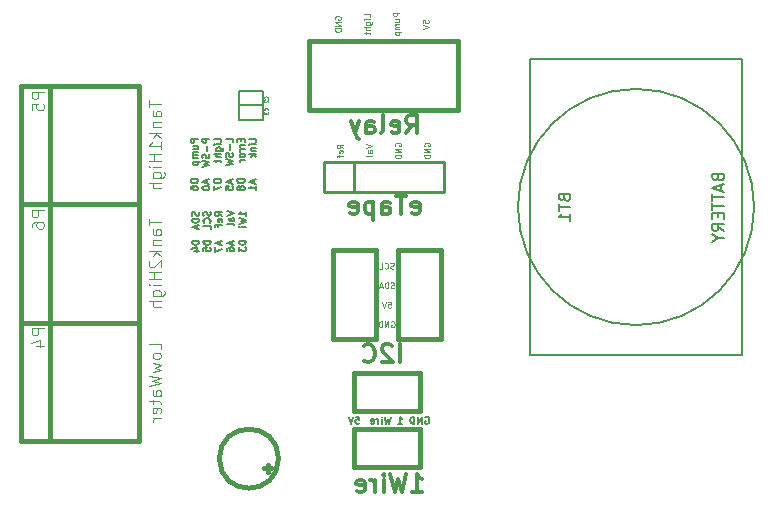
<source format=gbo>
%FSLAX34Y34*%
G04 Gerber Fmt 3.4, Leading zero omitted, Abs format*
G04 (created by PCBNEW (2014-03-19 BZR 4756)-product) date Sun 03 Aug 2014 21:22:35 BST*
%MOIN*%
G01*
G70*
G90*
G04 APERTURE LIST*
%ADD10C,0.005906*%
%ADD11C,0.004921*%
%ADD12C,0.015000*%
%ADD13C,0.010000*%
%ADD14C,0.003000*%
%ADD15C,0.012000*%
%ADD16C,0.003500*%
G04 APERTURE END LIST*
G54D10*
X74181Y-36170D02*
X73945Y-36170D01*
X73945Y-36260D01*
X73956Y-36282D01*
X73967Y-36294D01*
X73990Y-36305D01*
X74024Y-36305D01*
X74046Y-36294D01*
X74057Y-36282D01*
X74069Y-36260D01*
X74069Y-36170D01*
X74024Y-36507D02*
X74181Y-36507D01*
X74024Y-36406D02*
X74147Y-36406D01*
X74170Y-36417D01*
X74181Y-36440D01*
X74181Y-36474D01*
X74170Y-36496D01*
X74159Y-36507D01*
X74181Y-36620D02*
X74024Y-36620D01*
X74046Y-36620D02*
X74035Y-36631D01*
X74024Y-36654D01*
X74024Y-36687D01*
X74035Y-36710D01*
X74057Y-36721D01*
X74181Y-36721D01*
X74057Y-36721D02*
X74035Y-36732D01*
X74024Y-36755D01*
X74024Y-36789D01*
X74035Y-36811D01*
X74057Y-36822D01*
X74181Y-36822D01*
X74024Y-36935D02*
X74260Y-36935D01*
X74035Y-36935D02*
X74024Y-36957D01*
X74024Y-37002D01*
X74035Y-37025D01*
X74046Y-37036D01*
X74069Y-37047D01*
X74136Y-37047D01*
X74159Y-37036D01*
X74170Y-37025D01*
X74181Y-37002D01*
X74181Y-36957D01*
X74170Y-36935D01*
X74571Y-36170D02*
X74335Y-36170D01*
X74335Y-36260D01*
X74346Y-36282D01*
X74357Y-36294D01*
X74380Y-36305D01*
X74413Y-36305D01*
X74436Y-36294D01*
X74447Y-36282D01*
X74458Y-36260D01*
X74458Y-36170D01*
X74481Y-36406D02*
X74481Y-36586D01*
X74560Y-36687D02*
X74571Y-36721D01*
X74571Y-36777D01*
X74560Y-36800D01*
X74548Y-36811D01*
X74526Y-36822D01*
X74503Y-36822D01*
X74481Y-36811D01*
X74470Y-36800D01*
X74458Y-36777D01*
X74447Y-36732D01*
X74436Y-36710D01*
X74425Y-36699D01*
X74402Y-36687D01*
X74380Y-36687D01*
X74357Y-36699D01*
X74346Y-36710D01*
X74335Y-36732D01*
X74335Y-36789D01*
X74346Y-36822D01*
X74335Y-36901D02*
X74571Y-36957D01*
X74402Y-37002D01*
X74571Y-37047D01*
X74335Y-37104D01*
X74961Y-36282D02*
X74961Y-36170D01*
X74724Y-36170D01*
X74961Y-36361D02*
X74803Y-36361D01*
X74724Y-36361D02*
X74736Y-36350D01*
X74747Y-36361D01*
X74736Y-36372D01*
X74724Y-36361D01*
X74747Y-36361D01*
X74803Y-36575D02*
X74994Y-36575D01*
X75017Y-36564D01*
X75028Y-36552D01*
X75039Y-36530D01*
X75039Y-36496D01*
X75028Y-36474D01*
X74949Y-36575D02*
X74961Y-36552D01*
X74961Y-36507D01*
X74949Y-36485D01*
X74938Y-36474D01*
X74916Y-36462D01*
X74848Y-36462D01*
X74826Y-36474D01*
X74814Y-36485D01*
X74803Y-36507D01*
X74803Y-36552D01*
X74814Y-36575D01*
X74961Y-36687D02*
X74724Y-36687D01*
X74961Y-36789D02*
X74837Y-36789D01*
X74814Y-36777D01*
X74803Y-36755D01*
X74803Y-36721D01*
X74814Y-36699D01*
X74826Y-36687D01*
X74803Y-36867D02*
X74803Y-36957D01*
X74724Y-36901D02*
X74927Y-36901D01*
X74949Y-36912D01*
X74961Y-36935D01*
X74961Y-36957D01*
X75350Y-36282D02*
X75350Y-36170D01*
X75114Y-36170D01*
X75260Y-36361D02*
X75260Y-36541D01*
X75339Y-36642D02*
X75350Y-36676D01*
X75350Y-36732D01*
X75339Y-36755D01*
X75328Y-36766D01*
X75305Y-36777D01*
X75283Y-36777D01*
X75260Y-36766D01*
X75249Y-36755D01*
X75238Y-36732D01*
X75227Y-36687D01*
X75215Y-36665D01*
X75204Y-36654D01*
X75182Y-36642D01*
X75159Y-36642D01*
X75137Y-36654D01*
X75125Y-36665D01*
X75114Y-36687D01*
X75114Y-36744D01*
X75125Y-36777D01*
X75114Y-36856D02*
X75350Y-36912D01*
X75182Y-36957D01*
X75350Y-37002D01*
X75114Y-37059D01*
X75616Y-36170D02*
X75616Y-36249D01*
X75740Y-36282D02*
X75740Y-36170D01*
X75504Y-36170D01*
X75504Y-36282D01*
X75740Y-36384D02*
X75583Y-36384D01*
X75628Y-36384D02*
X75605Y-36395D01*
X75594Y-36406D01*
X75583Y-36429D01*
X75583Y-36451D01*
X75740Y-36530D02*
X75583Y-36530D01*
X75628Y-36530D02*
X75605Y-36541D01*
X75594Y-36552D01*
X75583Y-36575D01*
X75583Y-36597D01*
X75740Y-36710D02*
X75729Y-36687D01*
X75718Y-36676D01*
X75695Y-36665D01*
X75628Y-36665D01*
X75605Y-36676D01*
X75594Y-36687D01*
X75583Y-36710D01*
X75583Y-36744D01*
X75594Y-36766D01*
X75605Y-36777D01*
X75628Y-36789D01*
X75695Y-36789D01*
X75718Y-36777D01*
X75729Y-36766D01*
X75740Y-36744D01*
X75740Y-36710D01*
X75740Y-36890D02*
X75583Y-36890D01*
X75628Y-36890D02*
X75605Y-36901D01*
X75594Y-36912D01*
X75583Y-36935D01*
X75583Y-36957D01*
X76130Y-36282D02*
X76130Y-36170D01*
X75894Y-36170D01*
X76130Y-36361D02*
X75973Y-36361D01*
X75894Y-36361D02*
X75905Y-36350D01*
X75916Y-36361D01*
X75905Y-36372D01*
X75894Y-36361D01*
X75916Y-36361D01*
X75973Y-36474D02*
X76130Y-36474D01*
X75995Y-36474D02*
X75984Y-36485D01*
X75973Y-36507D01*
X75973Y-36541D01*
X75984Y-36564D01*
X76006Y-36575D01*
X76130Y-36575D01*
X76130Y-36687D02*
X75894Y-36687D01*
X76040Y-36710D02*
X76130Y-36777D01*
X75973Y-36777D02*
X76062Y-36687D01*
X74181Y-37520D02*
X73945Y-37520D01*
X73945Y-37576D01*
X73956Y-37610D01*
X73979Y-37632D01*
X74001Y-37643D01*
X74046Y-37655D01*
X74080Y-37655D01*
X74125Y-37643D01*
X74147Y-37632D01*
X74170Y-37610D01*
X74181Y-37576D01*
X74181Y-37520D01*
X73945Y-37857D02*
X73945Y-37812D01*
X73956Y-37790D01*
X73967Y-37778D01*
X74001Y-37756D01*
X74046Y-37745D01*
X74136Y-37745D01*
X74159Y-37756D01*
X74170Y-37767D01*
X74181Y-37790D01*
X74181Y-37835D01*
X74170Y-37857D01*
X74159Y-37868D01*
X74136Y-37880D01*
X74080Y-37880D01*
X74057Y-37868D01*
X74046Y-37857D01*
X74035Y-37835D01*
X74035Y-37790D01*
X74046Y-37767D01*
X74057Y-37756D01*
X74080Y-37745D01*
X74503Y-37542D02*
X74503Y-37655D01*
X74571Y-37520D02*
X74335Y-37598D01*
X74571Y-37677D01*
X74335Y-37801D02*
X74335Y-37823D01*
X74346Y-37846D01*
X74357Y-37857D01*
X74380Y-37868D01*
X74425Y-37880D01*
X74481Y-37880D01*
X74526Y-37868D01*
X74548Y-37857D01*
X74560Y-37846D01*
X74571Y-37823D01*
X74571Y-37801D01*
X74560Y-37778D01*
X74548Y-37767D01*
X74526Y-37756D01*
X74481Y-37745D01*
X74425Y-37745D01*
X74380Y-37756D01*
X74357Y-37767D01*
X74346Y-37778D01*
X74335Y-37801D01*
X74961Y-37520D02*
X74724Y-37520D01*
X74724Y-37576D01*
X74736Y-37610D01*
X74758Y-37632D01*
X74781Y-37643D01*
X74826Y-37655D01*
X74859Y-37655D01*
X74904Y-37643D01*
X74927Y-37632D01*
X74949Y-37610D01*
X74961Y-37576D01*
X74961Y-37520D01*
X74724Y-37733D02*
X74724Y-37891D01*
X74961Y-37790D01*
X75283Y-37542D02*
X75283Y-37655D01*
X75350Y-37520D02*
X75114Y-37598D01*
X75350Y-37677D01*
X75114Y-37868D02*
X75114Y-37756D01*
X75227Y-37745D01*
X75215Y-37756D01*
X75204Y-37778D01*
X75204Y-37835D01*
X75215Y-37857D01*
X75227Y-37868D01*
X75249Y-37880D01*
X75305Y-37880D01*
X75328Y-37868D01*
X75339Y-37857D01*
X75350Y-37835D01*
X75350Y-37778D01*
X75339Y-37756D01*
X75328Y-37745D01*
X75740Y-37520D02*
X75504Y-37520D01*
X75504Y-37576D01*
X75515Y-37610D01*
X75538Y-37632D01*
X75560Y-37643D01*
X75605Y-37655D01*
X75639Y-37655D01*
X75684Y-37643D01*
X75706Y-37632D01*
X75729Y-37610D01*
X75740Y-37576D01*
X75740Y-37520D01*
X75605Y-37790D02*
X75594Y-37767D01*
X75583Y-37756D01*
X75560Y-37745D01*
X75549Y-37745D01*
X75526Y-37756D01*
X75515Y-37767D01*
X75504Y-37790D01*
X75504Y-37835D01*
X75515Y-37857D01*
X75526Y-37868D01*
X75549Y-37880D01*
X75560Y-37880D01*
X75583Y-37868D01*
X75594Y-37857D01*
X75605Y-37835D01*
X75605Y-37790D01*
X75616Y-37767D01*
X75628Y-37756D01*
X75650Y-37745D01*
X75695Y-37745D01*
X75718Y-37756D01*
X75729Y-37767D01*
X75740Y-37790D01*
X75740Y-37835D01*
X75729Y-37857D01*
X75718Y-37868D01*
X75695Y-37880D01*
X75650Y-37880D01*
X75628Y-37868D01*
X75616Y-37857D01*
X75605Y-37835D01*
X76062Y-37542D02*
X76062Y-37655D01*
X76130Y-37520D02*
X75894Y-37598D01*
X76130Y-37677D01*
X76130Y-37880D02*
X76130Y-37745D01*
X76130Y-37812D02*
X75894Y-37812D01*
X75928Y-37790D01*
X75950Y-37767D01*
X75961Y-37745D01*
X74219Y-39567D02*
X73982Y-39567D01*
X73982Y-39623D01*
X73994Y-39657D01*
X74016Y-39679D01*
X74039Y-39691D01*
X74084Y-39702D01*
X74117Y-39702D01*
X74162Y-39691D01*
X74185Y-39679D01*
X74207Y-39657D01*
X74219Y-39623D01*
X74219Y-39567D01*
X74061Y-39904D02*
X74219Y-39904D01*
X73971Y-39848D02*
X74140Y-39792D01*
X74140Y-39938D01*
X74608Y-39567D02*
X74372Y-39567D01*
X74372Y-39623D01*
X74383Y-39657D01*
X74406Y-39679D01*
X74428Y-39691D01*
X74473Y-39702D01*
X74507Y-39702D01*
X74552Y-39691D01*
X74575Y-39679D01*
X74597Y-39657D01*
X74608Y-39623D01*
X74608Y-39567D01*
X74372Y-39916D02*
X74372Y-39803D01*
X74485Y-39792D01*
X74473Y-39803D01*
X74462Y-39826D01*
X74462Y-39882D01*
X74473Y-39904D01*
X74485Y-39916D01*
X74507Y-39927D01*
X74563Y-39927D01*
X74586Y-39916D01*
X74597Y-39904D01*
X74608Y-39882D01*
X74608Y-39826D01*
X74597Y-39803D01*
X74586Y-39792D01*
X74931Y-39589D02*
X74931Y-39702D01*
X74998Y-39567D02*
X74762Y-39646D01*
X74998Y-39724D01*
X74762Y-39781D02*
X74762Y-39938D01*
X74998Y-39837D01*
X75320Y-39589D02*
X75320Y-39702D01*
X75388Y-39567D02*
X75152Y-39646D01*
X75388Y-39724D01*
X75152Y-39904D02*
X75152Y-39859D01*
X75163Y-39837D01*
X75174Y-39826D01*
X75208Y-39803D01*
X75253Y-39792D01*
X75343Y-39792D01*
X75365Y-39803D01*
X75377Y-39814D01*
X75388Y-39837D01*
X75388Y-39882D01*
X75377Y-39904D01*
X75365Y-39916D01*
X75343Y-39927D01*
X75287Y-39927D01*
X75264Y-39916D01*
X75253Y-39904D01*
X75242Y-39882D01*
X75242Y-39837D01*
X75253Y-39814D01*
X75264Y-39803D01*
X75287Y-39792D01*
X75778Y-39567D02*
X75541Y-39567D01*
X75541Y-39623D01*
X75553Y-39657D01*
X75575Y-39679D01*
X75598Y-39691D01*
X75643Y-39702D01*
X75676Y-39702D01*
X75721Y-39691D01*
X75744Y-39679D01*
X75766Y-39657D01*
X75778Y-39623D01*
X75778Y-39567D01*
X75541Y-39781D02*
X75541Y-39927D01*
X75631Y-39848D01*
X75631Y-39882D01*
X75643Y-39904D01*
X75654Y-39916D01*
X75676Y-39927D01*
X75733Y-39927D01*
X75755Y-39916D01*
X75766Y-39904D01*
X75778Y-39882D01*
X75778Y-39814D01*
X75766Y-39792D01*
X75755Y-39781D01*
X74207Y-38600D02*
X74219Y-38633D01*
X74219Y-38690D01*
X74207Y-38712D01*
X74196Y-38723D01*
X74174Y-38735D01*
X74151Y-38735D01*
X74129Y-38723D01*
X74117Y-38712D01*
X74106Y-38690D01*
X74095Y-38645D01*
X74084Y-38622D01*
X74072Y-38611D01*
X74050Y-38600D01*
X74027Y-38600D01*
X74005Y-38611D01*
X73994Y-38622D01*
X73982Y-38645D01*
X73982Y-38701D01*
X73994Y-38735D01*
X74219Y-38836D02*
X73982Y-38836D01*
X73982Y-38892D01*
X73994Y-38926D01*
X74016Y-38948D01*
X74039Y-38960D01*
X74084Y-38971D01*
X74117Y-38971D01*
X74162Y-38960D01*
X74185Y-38948D01*
X74207Y-38926D01*
X74219Y-38892D01*
X74219Y-38836D01*
X74151Y-39061D02*
X74151Y-39173D01*
X74219Y-39038D02*
X73982Y-39117D01*
X74219Y-39196D01*
X74597Y-38600D02*
X74608Y-38633D01*
X74608Y-38690D01*
X74597Y-38712D01*
X74586Y-38723D01*
X74563Y-38735D01*
X74541Y-38735D01*
X74518Y-38723D01*
X74507Y-38712D01*
X74496Y-38690D01*
X74485Y-38645D01*
X74473Y-38622D01*
X74462Y-38611D01*
X74440Y-38600D01*
X74417Y-38600D01*
X74395Y-38611D01*
X74383Y-38622D01*
X74372Y-38645D01*
X74372Y-38701D01*
X74383Y-38735D01*
X74586Y-38971D02*
X74597Y-38960D01*
X74608Y-38926D01*
X74608Y-38903D01*
X74597Y-38870D01*
X74575Y-38847D01*
X74552Y-38836D01*
X74507Y-38825D01*
X74473Y-38825D01*
X74428Y-38836D01*
X74406Y-38847D01*
X74383Y-38870D01*
X74372Y-38903D01*
X74372Y-38926D01*
X74383Y-38960D01*
X74395Y-38971D01*
X74608Y-39185D02*
X74608Y-39072D01*
X74372Y-39072D01*
X74998Y-38746D02*
X74886Y-38667D01*
X74998Y-38611D02*
X74762Y-38611D01*
X74762Y-38701D01*
X74773Y-38723D01*
X74784Y-38735D01*
X74807Y-38746D01*
X74841Y-38746D01*
X74863Y-38735D01*
X74874Y-38723D01*
X74886Y-38701D01*
X74886Y-38611D01*
X74987Y-38937D02*
X74998Y-38915D01*
X74998Y-38870D01*
X74987Y-38847D01*
X74964Y-38836D01*
X74874Y-38836D01*
X74852Y-38847D01*
X74841Y-38870D01*
X74841Y-38915D01*
X74852Y-38937D01*
X74874Y-38948D01*
X74897Y-38948D01*
X74919Y-38836D01*
X74841Y-39016D02*
X74841Y-39106D01*
X74998Y-39050D02*
X74796Y-39050D01*
X74773Y-39061D01*
X74762Y-39083D01*
X74762Y-39106D01*
X75152Y-38577D02*
X75388Y-38656D01*
X75152Y-38735D01*
X75388Y-38915D02*
X75264Y-38915D01*
X75242Y-38903D01*
X75230Y-38881D01*
X75230Y-38836D01*
X75242Y-38813D01*
X75377Y-38915D02*
X75388Y-38892D01*
X75388Y-38836D01*
X75377Y-38813D01*
X75354Y-38802D01*
X75332Y-38802D01*
X75309Y-38813D01*
X75298Y-38836D01*
X75298Y-38892D01*
X75287Y-38915D01*
X75388Y-39061D02*
X75377Y-39038D01*
X75354Y-39027D01*
X75152Y-39027D01*
X75778Y-38735D02*
X75778Y-38600D01*
X75778Y-38667D02*
X75541Y-38667D01*
X75575Y-38645D01*
X75598Y-38622D01*
X75609Y-38600D01*
X75541Y-38813D02*
X75778Y-38870D01*
X75609Y-38915D01*
X75778Y-38960D01*
X75541Y-39016D01*
X75778Y-39106D02*
X75620Y-39106D01*
X75541Y-39106D02*
X75553Y-39095D01*
X75564Y-39106D01*
X75553Y-39117D01*
X75541Y-39106D01*
X75564Y-39106D01*
G54D11*
X78764Y-32194D02*
X78755Y-32175D01*
X78755Y-32147D01*
X78764Y-32119D01*
X78783Y-32100D01*
X78802Y-32091D01*
X78839Y-32082D01*
X78867Y-32082D01*
X78905Y-32091D01*
X78924Y-32100D01*
X78942Y-32119D01*
X78952Y-32147D01*
X78952Y-32166D01*
X78942Y-32194D01*
X78933Y-32203D01*
X78867Y-32203D01*
X78867Y-32166D01*
X78952Y-32288D02*
X78755Y-32288D01*
X78952Y-32400D01*
X78755Y-32400D01*
X78952Y-32494D02*
X78755Y-32494D01*
X78755Y-32541D01*
X78764Y-32569D01*
X78783Y-32588D01*
X78802Y-32597D01*
X78839Y-32606D01*
X78867Y-32606D01*
X78905Y-32597D01*
X78924Y-32588D01*
X78942Y-32569D01*
X78952Y-32541D01*
X78952Y-32494D01*
X79926Y-32124D02*
X79926Y-32030D01*
X79729Y-32030D01*
X79926Y-32189D02*
X79795Y-32189D01*
X79729Y-32189D02*
X79739Y-32180D01*
X79748Y-32189D01*
X79739Y-32199D01*
X79729Y-32189D01*
X79748Y-32189D01*
X79795Y-32367D02*
X79954Y-32367D01*
X79973Y-32358D01*
X79982Y-32349D01*
X79992Y-32330D01*
X79992Y-32302D01*
X79982Y-32283D01*
X79917Y-32367D02*
X79926Y-32349D01*
X79926Y-32311D01*
X79917Y-32292D01*
X79907Y-32283D01*
X79889Y-32274D01*
X79832Y-32274D01*
X79814Y-32283D01*
X79804Y-32292D01*
X79795Y-32311D01*
X79795Y-32349D01*
X79804Y-32367D01*
X79926Y-32461D02*
X79729Y-32461D01*
X79926Y-32546D02*
X79823Y-32546D01*
X79804Y-32536D01*
X79795Y-32517D01*
X79795Y-32489D01*
X79804Y-32471D01*
X79814Y-32461D01*
X79795Y-32611D02*
X79795Y-32686D01*
X79729Y-32639D02*
X79898Y-32639D01*
X79917Y-32649D01*
X79926Y-32667D01*
X79926Y-32686D01*
X80901Y-31983D02*
X80704Y-31983D01*
X80704Y-32058D01*
X80713Y-32077D01*
X80722Y-32086D01*
X80741Y-32096D01*
X80769Y-32096D01*
X80788Y-32086D01*
X80797Y-32077D01*
X80807Y-32058D01*
X80807Y-31983D01*
X80769Y-32264D02*
X80901Y-32264D01*
X80769Y-32180D02*
X80872Y-32180D01*
X80891Y-32189D01*
X80901Y-32208D01*
X80901Y-32236D01*
X80891Y-32255D01*
X80882Y-32264D01*
X80901Y-32358D02*
X80769Y-32358D01*
X80788Y-32358D02*
X80779Y-32367D01*
X80769Y-32386D01*
X80769Y-32414D01*
X80779Y-32433D01*
X80797Y-32442D01*
X80901Y-32442D01*
X80797Y-32442D02*
X80779Y-32452D01*
X80769Y-32471D01*
X80769Y-32499D01*
X80779Y-32517D01*
X80797Y-32527D01*
X80901Y-32527D01*
X80769Y-32621D02*
X80966Y-32621D01*
X80779Y-32621D02*
X80769Y-32639D01*
X80769Y-32677D01*
X80779Y-32696D01*
X80788Y-32705D01*
X80807Y-32714D01*
X80863Y-32714D01*
X80882Y-32705D01*
X80891Y-32696D01*
X80901Y-32677D01*
X80901Y-32639D01*
X80891Y-32621D01*
X81678Y-32306D02*
X81678Y-32213D01*
X81772Y-32203D01*
X81762Y-32213D01*
X81753Y-32232D01*
X81753Y-32278D01*
X81762Y-32297D01*
X81772Y-32306D01*
X81791Y-32316D01*
X81837Y-32316D01*
X81856Y-32306D01*
X81866Y-32297D01*
X81875Y-32278D01*
X81875Y-32232D01*
X81866Y-32213D01*
X81856Y-32203D01*
X81678Y-32372D02*
X81875Y-32438D01*
X81678Y-32503D01*
X79011Y-36487D02*
X78917Y-36421D01*
X79011Y-36374D02*
X78814Y-36374D01*
X78814Y-36449D01*
X78823Y-36468D01*
X78833Y-36477D01*
X78851Y-36487D01*
X78880Y-36487D01*
X78898Y-36477D01*
X78908Y-36468D01*
X78917Y-36449D01*
X78917Y-36374D01*
X79001Y-36646D02*
X79011Y-36627D01*
X79011Y-36590D01*
X79001Y-36571D01*
X78983Y-36562D01*
X78908Y-36562D01*
X78889Y-36571D01*
X78880Y-36590D01*
X78880Y-36627D01*
X78889Y-36646D01*
X78908Y-36655D01*
X78926Y-36655D01*
X78945Y-36562D01*
X78880Y-36712D02*
X78880Y-36787D01*
X79011Y-36740D02*
X78842Y-36740D01*
X78823Y-36749D01*
X78814Y-36768D01*
X78814Y-36787D01*
X79788Y-36360D02*
X79985Y-36426D01*
X79788Y-36491D01*
X79985Y-36641D02*
X79882Y-36641D01*
X79863Y-36632D01*
X79854Y-36613D01*
X79854Y-36576D01*
X79863Y-36557D01*
X79976Y-36641D02*
X79985Y-36623D01*
X79985Y-36576D01*
X79976Y-36557D01*
X79957Y-36548D01*
X79938Y-36548D01*
X79920Y-36557D01*
X79910Y-36576D01*
X79910Y-36623D01*
X79901Y-36641D01*
X79985Y-36763D02*
X79976Y-36745D01*
X79957Y-36735D01*
X79788Y-36735D01*
X80772Y-36416D02*
X80763Y-36398D01*
X80763Y-36370D01*
X80772Y-36341D01*
X80791Y-36323D01*
X80810Y-36313D01*
X80847Y-36304D01*
X80875Y-36304D01*
X80913Y-36313D01*
X80931Y-36323D01*
X80950Y-36341D01*
X80960Y-36370D01*
X80960Y-36388D01*
X80950Y-36416D01*
X80941Y-36426D01*
X80875Y-36426D01*
X80875Y-36388D01*
X80960Y-36510D02*
X80763Y-36510D01*
X80960Y-36623D01*
X80763Y-36623D01*
X80960Y-36716D02*
X80763Y-36716D01*
X80763Y-36763D01*
X80772Y-36791D01*
X80791Y-36810D01*
X80810Y-36820D01*
X80847Y-36829D01*
X80875Y-36829D01*
X80913Y-36820D01*
X80931Y-36810D01*
X80950Y-36791D01*
X80960Y-36763D01*
X80960Y-36716D01*
X81747Y-36416D02*
X81737Y-36398D01*
X81737Y-36370D01*
X81747Y-36341D01*
X81765Y-36323D01*
X81784Y-36313D01*
X81822Y-36304D01*
X81850Y-36304D01*
X81887Y-36313D01*
X81906Y-36323D01*
X81925Y-36341D01*
X81934Y-36370D01*
X81934Y-36388D01*
X81925Y-36416D01*
X81915Y-36426D01*
X81850Y-36426D01*
X81850Y-36388D01*
X81934Y-36510D02*
X81737Y-36510D01*
X81934Y-36623D01*
X81737Y-36623D01*
X81934Y-36716D02*
X81737Y-36716D01*
X81737Y-36763D01*
X81747Y-36791D01*
X81765Y-36810D01*
X81784Y-36820D01*
X81822Y-36829D01*
X81850Y-36829D01*
X81887Y-36820D01*
X81906Y-36810D01*
X81925Y-36791D01*
X81934Y-36763D01*
X81934Y-36716D01*
X80716Y-40495D02*
X80688Y-40504D01*
X80641Y-40504D01*
X80622Y-40495D01*
X80613Y-40485D01*
X80604Y-40466D01*
X80604Y-40448D01*
X80613Y-40429D01*
X80622Y-40420D01*
X80641Y-40410D01*
X80679Y-40401D01*
X80697Y-40391D01*
X80707Y-40382D01*
X80716Y-40363D01*
X80716Y-40345D01*
X80707Y-40326D01*
X80697Y-40316D01*
X80679Y-40307D01*
X80632Y-40307D01*
X80604Y-40316D01*
X80407Y-40485D02*
X80416Y-40495D01*
X80444Y-40504D01*
X80463Y-40504D01*
X80491Y-40495D01*
X80510Y-40476D01*
X80519Y-40457D01*
X80529Y-40420D01*
X80529Y-40391D01*
X80519Y-40354D01*
X80510Y-40335D01*
X80491Y-40316D01*
X80463Y-40307D01*
X80444Y-40307D01*
X80416Y-40316D01*
X80407Y-40326D01*
X80229Y-40504D02*
X80322Y-40504D01*
X80322Y-40307D01*
X80721Y-41144D02*
X80693Y-41154D01*
X80646Y-41154D01*
X80627Y-41144D01*
X80618Y-41135D01*
X80608Y-41116D01*
X80608Y-41097D01*
X80618Y-41079D01*
X80627Y-41069D01*
X80646Y-41060D01*
X80683Y-41050D01*
X80702Y-41041D01*
X80711Y-41032D01*
X80721Y-41013D01*
X80721Y-40994D01*
X80711Y-40975D01*
X80702Y-40966D01*
X80683Y-40957D01*
X80636Y-40957D01*
X80608Y-40966D01*
X80524Y-41154D02*
X80524Y-40957D01*
X80477Y-40957D01*
X80449Y-40966D01*
X80430Y-40985D01*
X80421Y-41004D01*
X80411Y-41041D01*
X80411Y-41069D01*
X80421Y-41107D01*
X80430Y-41125D01*
X80449Y-41144D01*
X80477Y-41154D01*
X80524Y-41154D01*
X80336Y-41097D02*
X80243Y-41097D01*
X80355Y-41154D02*
X80290Y-40957D01*
X80224Y-41154D01*
X80519Y-41606D02*
X80613Y-41606D01*
X80622Y-41700D01*
X80613Y-41691D01*
X80594Y-41681D01*
X80547Y-41681D01*
X80529Y-41691D01*
X80519Y-41700D01*
X80510Y-41719D01*
X80510Y-41766D01*
X80519Y-41784D01*
X80529Y-41794D01*
X80547Y-41803D01*
X80594Y-41803D01*
X80613Y-41794D01*
X80622Y-41784D01*
X80454Y-41606D02*
X80388Y-41803D01*
X80322Y-41606D01*
X80632Y-42265D02*
X80651Y-42256D01*
X80679Y-42256D01*
X80707Y-42265D01*
X80726Y-42284D01*
X80735Y-42303D01*
X80744Y-42340D01*
X80744Y-42368D01*
X80735Y-42406D01*
X80726Y-42425D01*
X80707Y-42443D01*
X80679Y-42453D01*
X80660Y-42453D01*
X80632Y-42443D01*
X80622Y-42434D01*
X80622Y-42368D01*
X80660Y-42368D01*
X80538Y-42453D02*
X80538Y-42256D01*
X80426Y-42453D01*
X80426Y-42256D01*
X80332Y-42453D02*
X80332Y-42256D01*
X80285Y-42256D01*
X80257Y-42265D01*
X80238Y-42284D01*
X80229Y-42303D01*
X80219Y-42340D01*
X80219Y-42368D01*
X80229Y-42406D01*
X80238Y-42425D01*
X80257Y-42443D01*
X80285Y-42453D01*
X80332Y-42453D01*
G54D10*
X79444Y-45433D02*
X79557Y-45433D01*
X79568Y-45546D01*
X79557Y-45534D01*
X79534Y-45523D01*
X79478Y-45523D01*
X79455Y-45534D01*
X79444Y-45546D01*
X79433Y-45568D01*
X79433Y-45624D01*
X79444Y-45647D01*
X79455Y-45658D01*
X79478Y-45669D01*
X79534Y-45669D01*
X79557Y-45658D01*
X79568Y-45647D01*
X79365Y-45433D02*
X79287Y-45669D01*
X79208Y-45433D01*
X80870Y-45669D02*
X81005Y-45669D01*
X80937Y-45669D02*
X80937Y-45433D01*
X80960Y-45467D01*
X80982Y-45489D01*
X81005Y-45501D01*
X80611Y-45433D02*
X80555Y-45669D01*
X80510Y-45501D01*
X80465Y-45669D01*
X80409Y-45433D01*
X80319Y-45669D02*
X80319Y-45512D01*
X80319Y-45433D02*
X80330Y-45444D01*
X80319Y-45456D01*
X80307Y-45444D01*
X80319Y-45433D01*
X80319Y-45456D01*
X80206Y-45669D02*
X80206Y-45512D01*
X80206Y-45557D02*
X80195Y-45534D01*
X80184Y-45523D01*
X80161Y-45512D01*
X80139Y-45512D01*
X79970Y-45658D02*
X79992Y-45669D01*
X80037Y-45669D01*
X80060Y-45658D01*
X80071Y-45636D01*
X80071Y-45546D01*
X80060Y-45523D01*
X80037Y-45512D01*
X79992Y-45512D01*
X79970Y-45523D01*
X79959Y-45546D01*
X79959Y-45568D01*
X80071Y-45591D01*
X81764Y-45444D02*
X81787Y-45433D01*
X81820Y-45433D01*
X81854Y-45444D01*
X81877Y-45467D01*
X81888Y-45489D01*
X81899Y-45534D01*
X81899Y-45568D01*
X81888Y-45613D01*
X81877Y-45636D01*
X81854Y-45658D01*
X81820Y-45669D01*
X81798Y-45669D01*
X81764Y-45658D01*
X81753Y-45647D01*
X81753Y-45568D01*
X81798Y-45568D01*
X81652Y-45669D02*
X81652Y-45433D01*
X81517Y-45669D01*
X81517Y-45433D01*
X81404Y-45669D02*
X81404Y-45433D01*
X81348Y-45433D01*
X81314Y-45444D01*
X81292Y-45467D01*
X81280Y-45489D01*
X81269Y-45534D01*
X81269Y-45568D01*
X81280Y-45613D01*
X81292Y-45636D01*
X81314Y-45658D01*
X81348Y-45669D01*
X81404Y-45669D01*
X76340Y-35062D02*
X75572Y-35062D01*
X75572Y-35062D02*
X75572Y-34570D01*
X75572Y-34570D02*
X76340Y-34570D01*
X76340Y-34570D02*
X76340Y-35062D01*
X76340Y-35555D02*
X75572Y-35555D01*
X75572Y-35555D02*
X75572Y-35062D01*
X75572Y-35062D02*
X76340Y-35062D01*
X76340Y-35062D02*
X76340Y-35555D01*
G54D12*
X76635Y-47149D02*
X76399Y-47149D01*
X76517Y-47267D02*
X76517Y-47031D01*
X76871Y-46834D02*
G75*
G03X76871Y-46834I-984J0D01*
G74*
G01*
X81586Y-44610D02*
X81586Y-45240D01*
X81586Y-45240D02*
X79382Y-45240D01*
X79382Y-45240D02*
X79382Y-43980D01*
X79382Y-43980D02*
X81586Y-43980D01*
X81586Y-43980D02*
X81586Y-44610D01*
X81586Y-46480D02*
X81586Y-47110D01*
X81586Y-47110D02*
X79382Y-47110D01*
X79382Y-47110D02*
X79382Y-45850D01*
X79382Y-45850D02*
X81586Y-45850D01*
X81586Y-45850D02*
X81586Y-46480D01*
X82275Y-39886D02*
X81566Y-39886D01*
X82275Y-42838D02*
X82275Y-39886D01*
X80857Y-42838D02*
X82275Y-42838D01*
X80857Y-39886D02*
X80857Y-42838D01*
X81566Y-39886D02*
X80857Y-39886D01*
X81566Y-39886D02*
X80857Y-39886D01*
X80857Y-39886D02*
X80857Y-42838D01*
X80857Y-42838D02*
X82275Y-42838D01*
X82275Y-42838D02*
X82275Y-39886D01*
X82275Y-39886D02*
X81566Y-39886D01*
X80110Y-39886D02*
X79401Y-39886D01*
X80110Y-42838D02*
X80110Y-39886D01*
X78692Y-42838D02*
X80110Y-42838D01*
X78692Y-39886D02*
X78692Y-42838D01*
X79401Y-39886D02*
X78692Y-39886D01*
X79401Y-39886D02*
X78692Y-39886D01*
X78692Y-39886D02*
X78692Y-42838D01*
X78692Y-42838D02*
X80110Y-42838D01*
X80110Y-42838D02*
X80110Y-39886D01*
X80110Y-39886D02*
X79401Y-39886D01*
X82865Y-34069D02*
X82865Y-32927D01*
X82865Y-32927D02*
X77905Y-32927D01*
X77905Y-32927D02*
X77905Y-35211D01*
X77905Y-35211D02*
X82865Y-35211D01*
X82865Y-35211D02*
X82865Y-34069D01*
X69264Y-42308D02*
X69264Y-46246D01*
X68279Y-42308D02*
X72217Y-42308D01*
X72217Y-42308D02*
X72217Y-46246D01*
X72217Y-46246D02*
X68279Y-46246D01*
X68279Y-46246D02*
X68279Y-42308D01*
X69264Y-34422D02*
X69264Y-38360D01*
X68279Y-34422D02*
X72217Y-34422D01*
X72217Y-34422D02*
X72217Y-38360D01*
X72217Y-38360D02*
X68279Y-38360D01*
X68279Y-38360D02*
X68279Y-34422D01*
X69264Y-38359D02*
X69264Y-42297D01*
X68279Y-38359D02*
X72217Y-38359D01*
X72217Y-38359D02*
X72217Y-42297D01*
X72217Y-42297D02*
X68279Y-42297D01*
X68279Y-42297D02*
X68279Y-38359D01*
G54D13*
X79385Y-36944D02*
X82385Y-36944D01*
X79385Y-37944D02*
X82385Y-37944D01*
X78385Y-37944D02*
X79385Y-37944D01*
X82385Y-36944D02*
X82385Y-37944D01*
X79385Y-37944D02*
X79385Y-36944D01*
X78385Y-37944D02*
X78385Y-36944D01*
X78385Y-36944D02*
X79385Y-36944D01*
G54D10*
X92726Y-38446D02*
G75*
G03X92726Y-38446I-3937J0D01*
G74*
G01*
X92332Y-43368D02*
X92332Y-33525D01*
X92332Y-33525D02*
X88789Y-33525D01*
X88789Y-33525D02*
X85246Y-33525D01*
X85246Y-33525D02*
X85246Y-43368D01*
X85246Y-43368D02*
X92332Y-43368D01*
G54D14*
X76509Y-34834D02*
X76515Y-34828D01*
X76520Y-34811D01*
X76520Y-34800D01*
X76515Y-34782D01*
X76503Y-34771D01*
X76492Y-34765D01*
X76469Y-34760D01*
X76452Y-34760D01*
X76429Y-34765D01*
X76417Y-34771D01*
X76406Y-34782D01*
X76400Y-34800D01*
X76400Y-34811D01*
X76406Y-34828D01*
X76412Y-34834D01*
X76412Y-34880D02*
X76406Y-34885D01*
X76400Y-34897D01*
X76400Y-34925D01*
X76406Y-34937D01*
X76412Y-34942D01*
X76423Y-34948D01*
X76435Y-34948D01*
X76452Y-34942D01*
X76520Y-34874D01*
X76520Y-34948D01*
X76509Y-35228D02*
X76515Y-35222D01*
X76520Y-35205D01*
X76520Y-35193D01*
X76515Y-35176D01*
X76503Y-35165D01*
X76492Y-35159D01*
X76469Y-35153D01*
X76452Y-35153D01*
X76429Y-35159D01*
X76417Y-35165D01*
X76406Y-35176D01*
X76400Y-35193D01*
X76400Y-35205D01*
X76406Y-35222D01*
X76412Y-35228D01*
X76400Y-35268D02*
X76400Y-35342D01*
X76446Y-35302D01*
X76446Y-35319D01*
X76452Y-35330D01*
X76457Y-35336D01*
X76469Y-35342D01*
X76497Y-35342D01*
X76509Y-35336D01*
X76515Y-35330D01*
X76520Y-35319D01*
X76520Y-35285D01*
X76515Y-35273D01*
X76509Y-35268D01*
G54D15*
X81320Y-47952D02*
X81662Y-47952D01*
X81491Y-47952D02*
X81491Y-47352D01*
X81548Y-47438D01*
X81605Y-47495D01*
X81662Y-47523D01*
X81120Y-47352D02*
X80977Y-47952D01*
X80862Y-47523D01*
X80748Y-47952D01*
X80605Y-47352D01*
X80377Y-47952D02*
X80377Y-47552D01*
X80377Y-47352D02*
X80405Y-47381D01*
X80377Y-47409D01*
X80348Y-47381D01*
X80377Y-47352D01*
X80377Y-47409D01*
X80091Y-47952D02*
X80091Y-47552D01*
X80091Y-47666D02*
X80062Y-47609D01*
X80034Y-47581D01*
X79977Y-47552D01*
X79920Y-47552D01*
X79491Y-47923D02*
X79548Y-47952D01*
X79662Y-47952D01*
X79720Y-47923D01*
X79748Y-47866D01*
X79748Y-47638D01*
X79720Y-47581D01*
X79662Y-47552D01*
X79548Y-47552D01*
X79491Y-47581D01*
X79462Y-47638D01*
X79462Y-47695D01*
X79748Y-47752D01*
X80912Y-43621D02*
X80912Y-43021D01*
X80655Y-43078D02*
X80626Y-43050D01*
X80569Y-43021D01*
X80426Y-43021D01*
X80369Y-43050D01*
X80341Y-43078D01*
X80312Y-43136D01*
X80312Y-43193D01*
X80341Y-43278D01*
X80683Y-43621D01*
X80312Y-43621D01*
X79712Y-43564D02*
X79741Y-43593D01*
X79826Y-43621D01*
X79883Y-43621D01*
X79969Y-43593D01*
X80026Y-43536D01*
X80055Y-43478D01*
X80083Y-43364D01*
X80083Y-43278D01*
X80055Y-43164D01*
X80026Y-43107D01*
X79969Y-43050D01*
X79883Y-43021D01*
X79826Y-43021D01*
X79741Y-43050D01*
X79712Y-43078D01*
X81134Y-35984D02*
X81334Y-35698D01*
X81476Y-35984D02*
X81476Y-35384D01*
X81248Y-35384D01*
X81191Y-35412D01*
X81162Y-35441D01*
X81134Y-35498D01*
X81134Y-35584D01*
X81162Y-35641D01*
X81191Y-35669D01*
X81248Y-35698D01*
X81476Y-35698D01*
X80648Y-35955D02*
X80705Y-35984D01*
X80819Y-35984D01*
X80876Y-35955D01*
X80905Y-35898D01*
X80905Y-35669D01*
X80876Y-35612D01*
X80819Y-35584D01*
X80705Y-35584D01*
X80648Y-35612D01*
X80619Y-35669D01*
X80619Y-35726D01*
X80905Y-35784D01*
X80276Y-35984D02*
X80334Y-35955D01*
X80362Y-35898D01*
X80362Y-35384D01*
X79791Y-35984D02*
X79791Y-35669D01*
X79819Y-35612D01*
X79876Y-35584D01*
X79991Y-35584D01*
X80048Y-35612D01*
X79791Y-35955D02*
X79848Y-35984D01*
X79991Y-35984D01*
X80048Y-35955D01*
X80076Y-35898D01*
X80076Y-35841D01*
X80048Y-35784D01*
X79991Y-35755D01*
X79848Y-35755D01*
X79791Y-35726D01*
X79562Y-35584D02*
X79419Y-35984D01*
X79276Y-35584D02*
X79419Y-35984D01*
X79476Y-36126D01*
X79505Y-36155D01*
X79562Y-36184D01*
G54D16*
X69051Y-42494D02*
X68651Y-42494D01*
X68651Y-42646D01*
X68670Y-42684D01*
X68689Y-42703D01*
X68727Y-42722D01*
X68784Y-42722D01*
X68822Y-42703D01*
X68841Y-42684D01*
X68860Y-42646D01*
X68860Y-42494D01*
X68784Y-43065D02*
X69051Y-43065D01*
X68631Y-42970D02*
X68917Y-42875D01*
X68917Y-43122D01*
X72948Y-43191D02*
X72948Y-43001D01*
X72548Y-43001D01*
X72948Y-43382D02*
X72929Y-43344D01*
X72910Y-43325D01*
X72872Y-43306D01*
X72758Y-43306D01*
X72720Y-43325D01*
X72701Y-43344D01*
X72682Y-43382D01*
X72682Y-43439D01*
X72701Y-43477D01*
X72720Y-43496D01*
X72758Y-43515D01*
X72872Y-43515D01*
X72910Y-43496D01*
X72929Y-43477D01*
X72948Y-43439D01*
X72948Y-43382D01*
X72682Y-43648D02*
X72948Y-43725D01*
X72758Y-43801D01*
X72948Y-43877D01*
X72682Y-43953D01*
X72548Y-44068D02*
X72948Y-44163D01*
X72663Y-44239D01*
X72948Y-44315D01*
X72548Y-44410D01*
X72948Y-44734D02*
X72739Y-44734D01*
X72701Y-44715D01*
X72682Y-44677D01*
X72682Y-44601D01*
X72701Y-44563D01*
X72929Y-44734D02*
X72948Y-44696D01*
X72948Y-44601D01*
X72929Y-44563D01*
X72891Y-44544D01*
X72853Y-44544D01*
X72815Y-44563D01*
X72796Y-44601D01*
X72796Y-44696D01*
X72777Y-44734D01*
X72682Y-44868D02*
X72682Y-45020D01*
X72548Y-44925D02*
X72891Y-44925D01*
X72929Y-44944D01*
X72948Y-44982D01*
X72948Y-45020D01*
X72929Y-45306D02*
X72948Y-45268D01*
X72948Y-45191D01*
X72929Y-45153D01*
X72891Y-45134D01*
X72739Y-45134D01*
X72701Y-45153D01*
X72682Y-45191D01*
X72682Y-45268D01*
X72701Y-45306D01*
X72739Y-45325D01*
X72777Y-45325D01*
X72815Y-45134D01*
X72948Y-45496D02*
X72682Y-45496D01*
X72758Y-45496D02*
X72720Y-45515D01*
X72701Y-45534D01*
X72682Y-45572D01*
X72682Y-45610D01*
X69051Y-34620D02*
X68651Y-34620D01*
X68651Y-34772D01*
X68670Y-34810D01*
X68689Y-34829D01*
X68727Y-34848D01*
X68784Y-34848D01*
X68822Y-34829D01*
X68841Y-34810D01*
X68860Y-34772D01*
X68860Y-34620D01*
X68651Y-35210D02*
X68651Y-35020D01*
X68841Y-35001D01*
X68822Y-35020D01*
X68803Y-35058D01*
X68803Y-35153D01*
X68822Y-35191D01*
X68841Y-35210D01*
X68879Y-35229D01*
X68974Y-35229D01*
X69012Y-35210D01*
X69031Y-35191D01*
X69051Y-35153D01*
X69051Y-35058D01*
X69031Y-35020D01*
X69012Y-35001D01*
X72548Y-34896D02*
X72548Y-35125D01*
X72948Y-35010D02*
X72548Y-35010D01*
X72948Y-35429D02*
X72739Y-35429D01*
X72701Y-35410D01*
X72682Y-35372D01*
X72682Y-35296D01*
X72701Y-35258D01*
X72929Y-35429D02*
X72948Y-35391D01*
X72948Y-35296D01*
X72929Y-35258D01*
X72891Y-35239D01*
X72853Y-35239D01*
X72815Y-35258D01*
X72796Y-35296D01*
X72796Y-35391D01*
X72777Y-35429D01*
X72682Y-35620D02*
X72948Y-35620D01*
X72720Y-35620D02*
X72701Y-35639D01*
X72682Y-35677D01*
X72682Y-35734D01*
X72701Y-35772D01*
X72739Y-35791D01*
X72948Y-35791D01*
X72948Y-35982D02*
X72548Y-35982D01*
X72796Y-36020D02*
X72948Y-36134D01*
X72682Y-36134D02*
X72834Y-35982D01*
X72948Y-36515D02*
X72948Y-36286D01*
X72948Y-36401D02*
X72548Y-36401D01*
X72606Y-36363D01*
X72644Y-36325D01*
X72663Y-36286D01*
X72948Y-36686D02*
X72548Y-36686D01*
X72739Y-36686D02*
X72739Y-36915D01*
X72948Y-36915D02*
X72548Y-36915D01*
X72948Y-37106D02*
X72682Y-37106D01*
X72548Y-37106D02*
X72568Y-37086D01*
X72587Y-37106D01*
X72568Y-37125D01*
X72548Y-37106D01*
X72587Y-37106D01*
X72682Y-37467D02*
X73006Y-37467D01*
X73044Y-37448D01*
X73063Y-37429D01*
X73082Y-37391D01*
X73082Y-37334D01*
X73063Y-37296D01*
X72929Y-37467D02*
X72948Y-37429D01*
X72948Y-37353D01*
X72929Y-37315D01*
X72910Y-37296D01*
X72872Y-37277D01*
X72758Y-37277D01*
X72720Y-37296D01*
X72701Y-37315D01*
X72682Y-37353D01*
X72682Y-37429D01*
X72701Y-37467D01*
X72948Y-37658D02*
X72548Y-37658D01*
X72948Y-37829D02*
X72739Y-37829D01*
X72701Y-37810D01*
X72682Y-37772D01*
X72682Y-37715D01*
X72701Y-37677D01*
X72720Y-37658D01*
X69051Y-38557D02*
X68651Y-38557D01*
X68651Y-38709D01*
X68670Y-38747D01*
X68689Y-38766D01*
X68727Y-38785D01*
X68784Y-38785D01*
X68822Y-38766D01*
X68841Y-38747D01*
X68860Y-38709D01*
X68860Y-38557D01*
X68651Y-39128D02*
X68651Y-39052D01*
X68670Y-39014D01*
X68689Y-38995D01*
X68746Y-38957D01*
X68822Y-38938D01*
X68974Y-38938D01*
X69012Y-38957D01*
X69031Y-38976D01*
X69051Y-39014D01*
X69051Y-39090D01*
X69031Y-39128D01*
X69012Y-39147D01*
X68974Y-39166D01*
X68879Y-39166D01*
X68841Y-39147D01*
X68822Y-39128D01*
X68803Y-39090D01*
X68803Y-39014D01*
X68822Y-38976D01*
X68841Y-38957D01*
X68879Y-38938D01*
X72548Y-38833D02*
X72548Y-39062D01*
X72948Y-38947D02*
X72548Y-38947D01*
X72948Y-39366D02*
X72739Y-39366D01*
X72701Y-39347D01*
X72682Y-39309D01*
X72682Y-39233D01*
X72701Y-39195D01*
X72929Y-39366D02*
X72948Y-39328D01*
X72948Y-39233D01*
X72929Y-39195D01*
X72891Y-39176D01*
X72853Y-39176D01*
X72815Y-39195D01*
X72796Y-39233D01*
X72796Y-39328D01*
X72777Y-39366D01*
X72682Y-39557D02*
X72948Y-39557D01*
X72720Y-39557D02*
X72701Y-39576D01*
X72682Y-39614D01*
X72682Y-39671D01*
X72701Y-39709D01*
X72739Y-39728D01*
X72948Y-39728D01*
X72948Y-39919D02*
X72548Y-39919D01*
X72796Y-39957D02*
X72948Y-40071D01*
X72682Y-40071D02*
X72834Y-39919D01*
X72587Y-40223D02*
X72568Y-40243D01*
X72548Y-40281D01*
X72548Y-40376D01*
X72568Y-40414D01*
X72587Y-40433D01*
X72625Y-40452D01*
X72663Y-40452D01*
X72720Y-40433D01*
X72948Y-40204D01*
X72948Y-40452D01*
X72948Y-40623D02*
X72548Y-40623D01*
X72739Y-40623D02*
X72739Y-40852D01*
X72948Y-40852D02*
X72548Y-40852D01*
X72948Y-41043D02*
X72682Y-41043D01*
X72548Y-41043D02*
X72568Y-41023D01*
X72587Y-41043D01*
X72568Y-41062D01*
X72548Y-41043D01*
X72587Y-41043D01*
X72682Y-41404D02*
X73006Y-41404D01*
X73044Y-41385D01*
X73063Y-41366D01*
X73082Y-41328D01*
X73082Y-41271D01*
X73063Y-41233D01*
X72929Y-41404D02*
X72948Y-41366D01*
X72948Y-41290D01*
X72929Y-41252D01*
X72910Y-41233D01*
X72872Y-41214D01*
X72758Y-41214D01*
X72720Y-41233D01*
X72701Y-41252D01*
X72682Y-41290D01*
X72682Y-41366D01*
X72701Y-41404D01*
X72948Y-41595D02*
X72548Y-41595D01*
X72948Y-41766D02*
X72739Y-41766D01*
X72701Y-41747D01*
X72682Y-41709D01*
X72682Y-41652D01*
X72701Y-41614D01*
X72720Y-41595D01*
G54D15*
X81317Y-38640D02*
X81374Y-38669D01*
X81489Y-38669D01*
X81546Y-38640D01*
X81574Y-38583D01*
X81574Y-38354D01*
X81546Y-38297D01*
X81489Y-38269D01*
X81374Y-38269D01*
X81317Y-38297D01*
X81289Y-38354D01*
X81289Y-38411D01*
X81574Y-38469D01*
X81117Y-38069D02*
X80774Y-38069D01*
X80946Y-38669D02*
X80946Y-38069D01*
X80317Y-38669D02*
X80317Y-38354D01*
X80346Y-38297D01*
X80403Y-38269D01*
X80517Y-38269D01*
X80574Y-38297D01*
X80317Y-38640D02*
X80374Y-38669D01*
X80517Y-38669D01*
X80574Y-38640D01*
X80603Y-38583D01*
X80603Y-38526D01*
X80574Y-38469D01*
X80517Y-38440D01*
X80374Y-38440D01*
X80317Y-38411D01*
X80032Y-38269D02*
X80032Y-38869D01*
X80032Y-38297D02*
X79974Y-38269D01*
X79860Y-38269D01*
X79803Y-38297D01*
X79774Y-38326D01*
X79746Y-38383D01*
X79746Y-38554D01*
X79774Y-38611D01*
X79803Y-38640D01*
X79860Y-38669D01*
X79974Y-38669D01*
X80032Y-38640D01*
X79260Y-38640D02*
X79317Y-38669D01*
X79432Y-38669D01*
X79489Y-38640D01*
X79517Y-38583D01*
X79517Y-38354D01*
X79489Y-38297D01*
X79432Y-38269D01*
X79317Y-38269D01*
X79260Y-38297D01*
X79232Y-38354D01*
X79232Y-38411D01*
X79517Y-38469D01*
G54D10*
X86399Y-38137D02*
X86417Y-38193D01*
X86436Y-38212D01*
X86474Y-38231D01*
X86530Y-38231D01*
X86567Y-38212D01*
X86586Y-38193D01*
X86605Y-38156D01*
X86605Y-38006D01*
X86211Y-38006D01*
X86211Y-38137D01*
X86230Y-38175D01*
X86249Y-38193D01*
X86286Y-38212D01*
X86324Y-38212D01*
X86361Y-38193D01*
X86380Y-38175D01*
X86399Y-38137D01*
X86399Y-38006D01*
X86211Y-38343D02*
X86211Y-38568D01*
X86605Y-38456D02*
X86211Y-38456D01*
X86605Y-38906D02*
X86605Y-38681D01*
X86605Y-38793D02*
X86211Y-38793D01*
X86267Y-38756D01*
X86305Y-38718D01*
X86324Y-38681D01*
X91517Y-37462D02*
X91535Y-37518D01*
X91554Y-37537D01*
X91592Y-37556D01*
X91648Y-37556D01*
X91685Y-37537D01*
X91704Y-37518D01*
X91723Y-37481D01*
X91723Y-37331D01*
X91329Y-37331D01*
X91329Y-37462D01*
X91348Y-37500D01*
X91367Y-37518D01*
X91404Y-37537D01*
X91442Y-37537D01*
X91479Y-37518D01*
X91498Y-37500D01*
X91517Y-37462D01*
X91517Y-37331D01*
X91610Y-37706D02*
X91610Y-37893D01*
X91723Y-37668D02*
X91329Y-37800D01*
X91723Y-37931D01*
X91329Y-38006D02*
X91329Y-38231D01*
X91723Y-38118D02*
X91329Y-38118D01*
X91329Y-38306D02*
X91329Y-38531D01*
X91723Y-38418D02*
X91329Y-38418D01*
X91517Y-38662D02*
X91517Y-38793D01*
X91723Y-38849D02*
X91723Y-38662D01*
X91329Y-38662D01*
X91329Y-38849D01*
X91723Y-39243D02*
X91535Y-39112D01*
X91723Y-39018D02*
X91329Y-39018D01*
X91329Y-39168D01*
X91348Y-39206D01*
X91367Y-39224D01*
X91404Y-39243D01*
X91460Y-39243D01*
X91498Y-39224D01*
X91517Y-39206D01*
X91535Y-39168D01*
X91535Y-39018D01*
X91535Y-39487D02*
X91723Y-39487D01*
X91329Y-39356D02*
X91535Y-39487D01*
X91329Y-39618D01*
M02*

</source>
